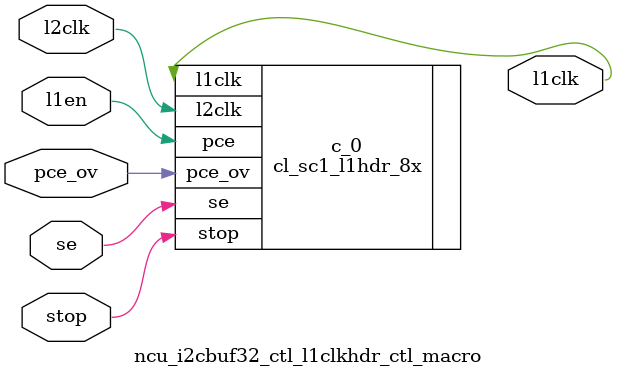
<source format=v>
`define RF_RDEN_OFFSTATE            1'b1

`define NCU_INTMANRF_DEPTH         128
`define NCU_INTMANRF_DATAWIDTH      16
`define NCU_INTMANRF_ADDRWIDTH       7
//====================================

//====================================
`define NCU_MONDORF_DEPTH           64
`define NCU_MONDORF_DATAWIDTH       72
`define NCU_MONDORF_ADDRWIDTH        6
//====================================

//====================================
`define NCU_CPUBUFRF_DEPTH          32
`define NCU_CPUBUFRF_DATAWIDTH     144
`define NCU_CPUBUFRF_ADDRWIDTH       5
//====================================

//====================================
`define NCU_IOBUFRF_DEPTH          32
`define NCU_IOBUFRF_DATAWIDTH     144
`define NCU_IOBUFRF_ADDRWIDTH       5
//====================================

//====================================
`define NCU_IOBUF1RF_DEPTH          32
`define NCU_IOBUF1RF_DATAWIDTH      32
`define NCU_IOBUF1RF_ADDRWIDTH       5
//====================================

//====================================
`define NCU_INTBUFRF_DEPTH          32
`define NCU_INTBUFRF_DATAWIDTH     144
`define NCU_INTBUFRF_ADDRWIDTH       5
//====================================

//== fix me : need to remove when warm //
//== becomes available //
`define WMR_LENGTH		10'd999
`define WMR_LENGTH_P1		10'd1000

//// NCU CSR_MAN address   80_0000_xxxx ////
`define NCU_CSR_MAN			16'h0000
`define NCU_CREG_INTMAN			16'h0000
//`define NCU_CREG_INTVECDISP		16'h0800
`define NCU_CREG_MONDOINVEC		16'h0a00
`define NCU_CREG_SERNUM			16'h1000
`define NCU_CREG_FUSESTAT		16'h1008
`define NCU_CREG_COREAVAIL		16'h1010
`define NCU_CREG_BANKAVAIL		16'h1018
`define NCU_CREG_BANK_ENABLE		16'h1020
`define NCU_CREG_BANK_ENABLE_STATUS 	16'h1028
`define NCU_CREG_L2_HASH_ENABLE		16'h1030
`define NCU_CREG_L2_HASH_ENABLE_STATUS	16'h1038


`define NCU_CREG_MEM32_BASE	16'h2000
`define NCU_CREG_MEM32_MASK	16'h2008
`define NCU_CREG_MEM64_BASE	16'h2010
`define NCU_CREG_MEM64_MASK	16'h2018
`define NCU_CREG_IOCON_BASE	16'h2020
`define NCU_CREG_IOCON_MASK	16'h2028
`define NCU_CREG_MMUFSH		16'h2030

`define NCU_CREG_ESR		16'h3000
`define NCU_CREG_ELE		16'h3008
`define NCU_CREG_EIE		16'h3010
`define NCU_CREG_EJR		16'h3018
`define NCU_CREG_FEE		16'h3020
`define NCU_CREG_PER		16'h3028
`define NCU_CREG_SIISYN		16'h3030
`define NCU_CREG_NCUSYN		16'h3038
`define NCU_CREG_SCKSEL         16'h3040
`define NCU_CREG_DBGTRIG_EN     16'h4000

//// NUC CSR_MONDO address 80_0004_xxxx ////
`define NCU_CSR_MONDO		16'h0004
`define NCU_CREG_MDATA0  	16'h0000 
`define NCU_CREG_MDATA1  	16'h0200 
`define NCU_CREG_MDATA0_ALIAS	16'h0400 
`define NCU_CREG_MDATA1_ALIAS	16'h0600 
`define NCU_CREG_MBUSY		16'h0800 
`define NCU_CREG_MBUSY_ALIAS	16'h0a00 



// ASI shared reg 90_xxxx_xxxx//
`define NCU_ASI_A_HIT			10'h104 // 6-bits cpuid and thread id are "x"
`define NCU_ASI_B_HIT			10'h1CC // 6-bits cpuid and thread id are "x"
`define NCU_ASI_C_HIT			10'h114	// 6-bits cpuid and thread id are "x"
`define NCU_ASI_COREAVAIL		16'h0000
`define NCU_ASI_CORE_ENABLE_STATUS	16'h0010
`define NCU_ASI_CORE_ENABLE		16'h0020
`define NCU_ASI_XIR_STEERING		16'h0030
`define NCU_ASI_CORE_RUNNINGRW		16'h0050
`define NCU_ASI_CORE_RUNNING_STATUS	16'h0058
`define NCU_ASI_CORE_RUNNING_W1S	16'h0060
`define NCU_ASI_CORE_RUNNING_W1C	16'h0068
`define NCU_ASI_INTVECDISP		16'h0000
`define NCU_ASI_ERR_STR                 16'h1000
`define NCU_ASI_WMR_VEC_MASK            16'h0018
`define NCU_ASI_CMP_TICK_ENABLE		16'h0038


//// UCB packet type ////
`define UCB_READ_NACK	4'b0000    // ack/nack types
`define UCB_READ_ACK	4'b0001
`define UCB_WRITE_ACK	4'b0010
`define UCB_IFILL_ACK	4'b0011
`define UCB_IFILL_NACK	4'b0111

`define UCB_READ_REQ	4'b0100    // req types
`define UCB_WRITE_REQ	4'b0101
`define UCB_IFILL_REQ	4'b0110

`define UCB_INT		4'b1000    // plain interrupt
`define UCB_INT_VEC	4'b1100    // interrupt with vector
`define UCB_INT_SOC_UE	4'b1001    // soc interrup ue
`define UCB_INT_SOC_CE  4'b1010    // soc interrup ce
`define UCB_RESET_VEC	4'b0101    // reset with vector
`define UCB_IDLE_VEC	4'b1110    // idle with vector
`define UCB_RESUME_VEC	4'b1111    // resume with vector

`define UCB_INT_SOC 	4'b1101    // soc interrup ce


//// PCX packet type ////
`define	PCX_LOAD_RQ	5'b00000
`define	PCX_IMISS_RQ	5'b10000
`define	PCX_STORE_RQ	5'b00001
`define PCX_FWD_RQs	5'b01101
`define PCX_FWD_RPYs	5'b01110

//// CPX packet type ////
//`define CPX_LOAD_RET	4'b0000
`define CPX_LOAD_RET	4'b1000
`define CPX_ST_ACK	4'b0100
//`define CPX_IFILL_RET	4'b0001
`define CPX_IFILL_RET	4'b1001
`define CPX_INT_RET	4'b0111
`define CPX_INT_SOC	4'b1101
//`define CPX_FWD_RQ_RET	4'b1010
//`define CPX_FWD_RPY_RET	4'b1011




//// Global CSR decode ////
`define NCU_CSR		8'h80
`define NIU_CSR		8'h81
//`define RNG_CSR		8'h82
`define DBG1_CSR               8'h86
`define CCU_CSR		8'h83
`define MCU_CSR		8'h84
`define TCU_CSR		8'h85
`define DMU_CSR		8'h88
`define RCU_CSR		8'h89
`define NCU_ASI		8'h90
			/////8'h91 ~ 9F reserved
			/////8'hA0 ~ BF L2 CSR////
`define DMU_PIO		4'hC   // C0 ~ CF
			/////8'hB0 ~ FE reserved
`define SSI_CSR		8'hFF


//// NCU_SSI ////
`define SSI_ADDR 	 	12'hFF_F
`define SSI_ADDR_TIMEOUT_REG	40'hFF_0001_0088
`define SSI_ADDR_LOG_REG	40'hFF_0000_0018

`define IF_IDLE 2'b00
`define IF_ACPT 2'b01
`define IF_DROP 2'b10

`define SSI_IDLE     3'b000
`define	SSI_REQ      3'b001
`define	SSI_WDATA    3'b011
`define	SSI_REQ_PAR  3'b101
`define	SSI_ACK      3'b111
`define	SSI_RDATA    3'b110
`define	SSI_ACK_PAR  3'b010










module ncu_i2cbuf32_ctl (
  iol2clk, 
  scan_in, 
  scan_out, 
  tcu_pce_ov, 
  tcu_clk_stop, 
  tcu_scan_en, 
  tcu_aclk, 
  tcu_bclk, 
  tcu_dbr_gateoff, 
  ucb_iob_vld, 
  ucb_iob_data, 
  iob_ucb_stall, 
  req_ack_obj, 
  req_ack_vld, 
  rd_req_ack_dbl_buf, 
  int_obj, 
  int_vld, 
  rd_int_dbl_buf) ;
wire stall_d1_n;
wire stall_d1;
wire vld_d1_ff_scanin;
wire vld_d1_ff_scanout;
wire vld_d1;
wire l1clk;
wire rdy1;
wire data_d1_ff_scanin;
wire data_d1_ff_scanout;
wire [31:0] data_d1;
wire iob_ucb_stall_f;
wire stall_ff_scanin;
wire stall_ff_scanout;
wire iob_ucb_stall_a1;
wire stall_d1_ff_scanin;
wire stall_d1_ff_scanout;
wire rdy0_ff_scanin;
wire rdy0_ff_scanout;
wire rdy0;
wire rdy1_ff_scanin;
wire rdy1_ff_scanout;
wire skid_buf0_en;
wire vld_buf0_ff_scanin;
wire vld_buf0_ff_scanout;
wire vld_buf0;
wire data_buf0_ff_scanin;
wire data_buf0_ff_scanout;
wire [31:0] data_buf0;
wire skid_buf1_en_ff_scanin;
wire skid_buf1_en_ff_scanout;
wire skid_buf1_en;
wire vld_buf1_ff_scanin;
wire vld_buf1_ff_scanout;
wire vld_buf1;
wire data_buf1_ff_scanin;
wire data_buf1_ff_scanout;
wire [31:0] data_buf1;
wire skid_buf0_sel;
wire skid_buf1_sel_ff_scanin;
wire skid_buf1_sel_ff_scanout;
wire skid_buf1_sel;
wire vld_mux;
wire [31:0] data_mux;
wire [3:0] indata_vec_next;
wire [3:0] indata_vec;
wire iob_ucb_stall_a1_n;
wire indata_vec_ff_scanin;
wire indata_vec_ff_scanout;
wire [127:0] indata_buf_next;
wire [127:0] indata_buf;
wire indata_buf_ff_scanin;
wire indata_buf_ff_scanout;
wire indata_vec0_d1_ff_scanin;
wire indata_vec0_d1_ff_scanout;
wire indata_vec0_d1;
wire indata_buf_vld;
wire req_ack_pending;
wire int_type;
wire int_pending;
wire req_ack_dbl_buf_full;
wire int_dbl_buf_full;
wire wr_req_ack_dbl_buf;
wire a_wr_buf0;
wire a_buf1_vld;
wire a_buf0_vld;
wire a_buf1_older;
wire a_wr_buf1;
wire a_rd_buf0;
wire a_rd_buf1;
wire a_rd_buf;
wire a_buf1_older_n;
wire a_buf1_older_ff_scanin;
wire a_buf1_older_ff_scanout;
wire a_en_vld0;
wire a_en_vld1;
wire a_buf0_vld_ff_scanin;
wire a_buf0_vld_ff_scanout;
wire a_buf1_vld_ff_scanin;
wire a_buf1_vld_ff_scanout;
wire a_buf0_obj_ff_scanin;
wire a_buf0_obj_ff_scanout;
wire [127:0] a_buf0_obj;
wire a_buf1_obj_ff_scanin;
wire a_buf1_obj_ff_scanout;
wire [127:0] a_buf1_obj;
wire wr_int_dbl_buf;
wire i_wr_buf0;
wire i_buf1_vld;
wire i_buf0_vld;
wire i_buf1_older;
wire i_wr_buf1;
wire i_rd_buf0;
wire i_rd_buf1;
wire i_rd_buf;
wire i_buf1_older_n;
wire i_buf1_older_ff_scanin;
wire i_buf1_older_ff_scanout;
wire i_en_vld0;
wire i_en_vld1;
wire i_buf0_vld_ff_scanin;
wire i_buf0_vld_ff_scanout;
wire i_buf1_vld_ff_scanin;
wire i_buf1_vld_ff_scanout;
wire i_buf0_obj_ff_scanin;
wire i_buf0_obj_ff_scanout;
wire [24:0] i_buf0_obj;
wire i_buf1_obj_ff_scanin;
wire i_buf1_obj_ff_scanout;
wire [24:0] i_buf1_obj;
wire siclk;
wire soclk;
wire se;
wire pce_ov;
wire stop;


   // Global interface
input		iol2clk;
input		scan_in;
output		scan_out;
input		tcu_pce_ov;
input		tcu_clk_stop;
input		tcu_scan_en;
input		tcu_aclk;
input		tcu_bclk;
input		tcu_dbr_gateoff;

   // UCB interface
input		ucb_iob_vld;
input [31:0]	ucb_iob_data;
output		iob_ucb_stall;

   // i2c slow control/datapath interface
output [127:0]	req_ack_obj;
output		req_ack_vld;
input		rd_req_ack_dbl_buf;

output [24:0]	int_obj;
output		int_vld;
input		rd_int_dbl_buf;

   // Internal signals


/************************************************************
 * Assemble inbound packet
 ************************************************************/
//ucb_bus_in #(UCB_BUS_WIDTH) ucb_bus_in (
//					.clk(iol2clk),
//					.vld(ucb_iob_vld),
//					.data(ucb_iob_data[UCB_BUS_WIDTH-1:0]),
//					.stall(iob_ucb_stall),
//					.indata_buf_vld(indata_buf_vld),
//					.indata_buf(indata_buf[127:0]),
//					.stall_a1(iob_ucb_stall_a1));
//=============================================================
//=============================================================
//======================================== ucb_bus_in =========
/************************************************************
 * UCB bus interface flops
 * This is to make signals going between IOB and UCB flop-to-flop
 * to improve timing.
 ************************************************************/
assign	stall_d1_n = ~stall_d1 ;
ncu_i2cbuf32_ctl_msff_ctl_macro__en_1__width_1 vld_d1_ff  
				(
				.scan_in(vld_d1_ff_scanin),
				.scan_out(vld_d1_ff_scanout),
				.dout		(vld_d1),
				.l1clk		(l1clk),
				.en		(stall_d1_n &rdy1),
				.din		(ucb_iob_vld),
  .siclk(siclk),
  .soclk(soclk)
				);

ncu_i2cbuf32_ctl_msff_ctl_macro__en_1__width_32 data_d1_ff  
				(
				.scan_in(data_d1_ff_scanin),
				.scan_out(data_d1_ff_scanout),
				.dout		(data_d1[31:0]),
				.l1clk		(l1clk),
				.en		(stall_d1_n),
				.din		(ucb_iob_data[31:0]),
  .siclk(siclk),
  .soclk(soclk)
				);

assign iob_ucb_stall = iob_ucb_stall_f & tcu_dbr_gateoff;
ncu_i2cbuf32_ctl_msff_ctl_macro__width_1 stall_ff 
				(
				.scan_in(stall_ff_scanin),
				.scan_out(stall_ff_scanout),
				.dout		(iob_ucb_stall_f),
				.l1clk		(l1clk),
				.din		(iob_ucb_stall_a1),
  .siclk(siclk),
  .soclk(soclk)
				);

ncu_i2cbuf32_ctl_msff_ctl_macro__width_1 stall_d1_ff 
				(
				.scan_in(stall_d1_ff_scanin),
				.scan_out(stall_d1_ff_scanout),
				.dout		(stall_d1),
				.l1clk		(l1clk),
				.din		(iob_ucb_stall),
  .siclk(siclk),
  .soclk(soclk)
				);


ncu_i2cbuf32_ctl_msff_ctl_macro__width_1 rdy0_ff 
				(
				.scan_in(rdy0_ff_scanin),
				.scan_out(rdy0_ff_scanout),
				.dout		(rdy0),
				.l1clk		(l1clk),
				.din		(1'b1),
  .siclk(siclk),
  .soclk(soclk)
				);

ncu_i2cbuf32_ctl_msff_ctl_macro__width_1 rdy1_ff 
				(
				.scan_in(rdy1_ff_scanin),
				.scan_out(rdy1_ff_scanout),
				.dout		(rdy1),
				.l1clk		(l1clk),
				.din		(rdy0),
  .siclk(siclk),
  .soclk(soclk)
				);

/************************************************************
 * Skid buffer
 * We need a two deep skid buffer to handle stalling.
 ************************************************************/
// Assertion: stall has to be deasserted for more than 1 cycle
//            ie time between two separate stalls has to be
//            at least two cycles.  Otherwise, contents from
//            skid buffer will be lost.

// Buffer 0
assign  skid_buf0_en = iob_ucb_stall_a1 & ~iob_ucb_stall;

ncu_i2cbuf32_ctl_msff_ctl_macro__en_1__width_1 vld_buf0_ff  
				(
				.scan_in(vld_buf0_ff_scanin),
				.scan_out(vld_buf0_ff_scanout),
				.dout		(vld_buf0),
				.l1clk		(l1clk),
				.en		(skid_buf0_en),
				.din		(vld_d1),
  .siclk(siclk),
  .soclk(soclk)
				);

ncu_i2cbuf32_ctl_msff_ctl_macro__en_1__width_32 data_buf0_ff  
				(
				.scan_in(data_buf0_ff_scanin),
				.scan_out(data_buf0_ff_scanout),
				.dout		(data_buf0[31:0]),
				.l1clk		(l1clk),
				.en		(skid_buf0_en),
				.din		(data_d1[31:0]),
  .siclk(siclk),
  .soclk(soclk)
				);

// Buffer 1
ncu_i2cbuf32_ctl_msff_ctl_macro__width_1 skid_buf1_en_ff 
				(
				.scan_in(skid_buf1_en_ff_scanin),
				.scan_out(skid_buf1_en_ff_scanout),
				.dout		(skid_buf1_en),
				.l1clk		(l1clk),
				.din		(skid_buf0_en),
  .siclk(siclk),
  .soclk(soclk)
				);

ncu_i2cbuf32_ctl_msff_ctl_macro__en_1__width_1 vld_buf1_ff  
				(
				.scan_in(vld_buf1_ff_scanin),
				.scan_out(vld_buf1_ff_scanout),
				.dout		(vld_buf1),
				.l1clk		(l1clk),
				.en		(skid_buf1_en),
				.din		(vld_d1),
  .siclk(siclk),
  .soclk(soclk)
				);

ncu_i2cbuf32_ctl_msff_ctl_macro__en_1__width_32 data_buf1_ff  
				(
				.scan_in(data_buf1_ff_scanin),
				.scan_out(data_buf1_ff_scanout),
				.dout		(data_buf1[31:0]),
				.l1clk		(l1clk),
				.en		(skid_buf1_en),
				.din		(data_d1[31:0]),
  .siclk(siclk),
  .soclk(soclk)
				);
/************************************************************
 * Mux between skid buffer and interface flop
 ************************************************************/
// Assertion: stall has to be deasserted for more than 1 cycle
//            ie time between two separate stalls has to be
//            at least two cycles.  Otherwise, contents from
//            skid buffer will be lost.

assign  skid_buf0_sel = ~iob_ucb_stall_a1 & iob_ucb_stall;

ncu_i2cbuf32_ctl_msff_ctl_macro__width_1 skid_buf1_sel_ff 
				(
				.scan_in(skid_buf1_sel_ff_scanin),
				.scan_out(skid_buf1_sel_ff_scanout),
				.dout		(skid_buf1_sel),
				.l1clk		(l1clk),
				.din		(skid_buf0_sel),
  .siclk(siclk),
  .soclk(soclk)
				);

assign  vld_mux = skid_buf0_sel ? vld_buf0 : 
	          skid_buf1_sel ? vld_buf1 : vld_d1;

assign  data_mux[31:0] = skid_buf0_sel ? data_buf0[31:0] : 
			 skid_buf1_sel ? data_buf1[31:0] : data_d1[31:0];

/************************************************************
 * Assemble inbound data
 ************************************************************/
// valid vector
assign  indata_vec_next[3:0] = {vld_mux,indata_vec[3:1]};

assign	iob_ucb_stall_a1_n = ~iob_ucb_stall_a1;
ncu_i2cbuf32_ctl_msff_ctl_macro__en_1__width_4 indata_vec_ff  
				(
				.scan_in(indata_vec_ff_scanin),
				.scan_out(indata_vec_ff_scanout),
				.dout		(indata_vec[3:0]),
				.l1clk		(l1clk),
				.en		(iob_ucb_stall_a1_n),
				.din		(indata_vec_next[3:0]),
  .siclk(siclk),
  .soclk(soclk)
				);

// data buffer
assign  indata_buf_next[127:0] = {data_mux[31:0], indata_buf[127:32]};
ncu_i2cbuf32_ctl_msff_ctl_macro__en_1__width_128 indata_buf_ff  
				(
				.scan_in(indata_buf_ff_scanin),
				.scan_out(indata_buf_ff_scanout),
				.dout		(indata_buf[127:0]),
				.l1clk		(l1clk),
				.en		(iob_ucb_stall_a1_n),
				.din		(indata_buf_next[127:0]),
  .siclk(siclk),
  .soclk(soclk)
				);

// detect a new packet	  
ncu_i2cbuf32_ctl_msff_ctl_macro__en_1__width_1 indata_vec0_d1_ff  
				(
				.scan_in(indata_vec0_d1_ff_scanin),
				.scan_out(indata_vec0_d1_ff_scanout),
				.dout		(indata_vec0_d1),
				.l1clk		(l1clk),
				.en		(iob_ucb_stall_a1_n),
				.din		(indata_vec[0]),
  .siclk(siclk),
  .soclk(soclk)
				);

assign  indata_buf_vld = indata_vec[0] & ~indata_vec0_d1;
//======================================== ucb_bus_in =========
//=============================================================
//=============================================================



/************************************************************
 * Decode inbound packet type
 ************************************************************/
   // non-interrupt packet
assign	req_ack_pending = ~int_type & indata_buf_vld;

   // interrupt packet
assign 	 int_type = ((indata_buf[3:0] == `UCB_INT) |
		     (indata_buf[3:0] == `UCB_INT_VEC) |
		     (indata_buf[3:0] == `UCB_RESET_VEC) |
		     (indata_buf[3:0] == `UCB_IDLE_VEC) |
		     (indata_buf[3:0] == `UCB_RESUME_VEC) );
		       
assign 	 int_pending = int_type & indata_buf_vld;

assign 	 iob_ucb_stall_a1 = (req_ack_pending & req_ack_dbl_buf_full) |
				    (int_pending & int_dbl_buf_full);


/************************************************************
 * Double buffer to store non-interrupt packets
 ************************************************************/
assign 	 wr_req_ack_dbl_buf = req_ack_pending & ~req_ack_dbl_buf_full;

//dbl_buf #(128) req_ack_dbl_buf (
//				 .clk(iol2clk),
//				 .wr(wr_req_ack_dbl_buf),
//				 .din(indata_buf[127:0]),
//				 .rd(rd_req_ack_dbl_buf),
//				 .dout(req_ack_obj[127:0]),
//				 .vld(req_ack_vld),
//				 .full(req_ack_dbl_buf_full));
//=============================================================
//=============================================================
//========================================== dbl_buf ==========

// if both entries are empty, write to entry pointed to by the older pointer
assign	a_wr_buf0 = wr_req_ack_dbl_buf & (a_buf1_vld | (~a_buf0_vld & ~a_buf1_older));
assign	a_wr_buf1 = wr_req_ack_dbl_buf & (a_buf0_vld | (~a_buf1_vld & a_buf1_older));

// read from the older entry
assign	a_rd_buf0 = rd_req_ack_dbl_buf & ~a_buf1_older;
assign	a_rd_buf1 = rd_req_ack_dbl_buf &  a_buf1_older;

// flip older pointer when an entry is read
assign	a_rd_buf = rd_req_ack_dbl_buf & (a_buf0_vld | a_buf1_vld);
assign	a_buf1_older_n = ~a_buf1_older;
ncu_i2cbuf32_ctl_msff_ctl_macro__en_1__width_1 a_buf1_older_ff  
				(
				.scan_in(a_buf1_older_ff_scanin),
				.scan_out(a_buf1_older_ff_scanout),
				.dout		(a_buf1_older),
				.l1clk		(l1clk),
				.en		(a_rd_buf),
				.din		(a_buf1_older_n),
  .siclk(siclk),
  .soclk(soclk)
				);

// set valid bit for writes and reset for reads
assign	a_en_vld0 = a_wr_buf0 | a_rd_buf0;
assign	a_en_vld1 = a_wr_buf1 | a_rd_buf1;

// the actual buffers
ncu_i2cbuf32_ctl_msff_ctl_macro__en_1__width_1 a_buf0_vld_ff  
				(
				.scan_in(a_buf0_vld_ff_scanin),
				.scan_out(a_buf0_vld_ff_scanout),
				.dout		(a_buf0_vld),
				.l1clk		(l1clk),
				.en		(a_en_vld0),
				.din		(a_wr_buf0),
  .siclk(siclk),
  .soclk(soclk)
				);

ncu_i2cbuf32_ctl_msff_ctl_macro__en_1__width_1 a_buf1_vld_ff  
				(
				.scan_in(a_buf1_vld_ff_scanin),
				.scan_out(a_buf1_vld_ff_scanout),
				.dout		(a_buf1_vld),
				.l1clk		(l1clk),
				.en		(a_en_vld1),
				.din		(a_wr_buf1),
  .siclk(siclk),
  .soclk(soclk)
				);

ncu_i2cbuf32_ctl_msff_ctl_macro__en_1__width_128 a_buf0_obj_ff  
				(
				.scan_in(a_buf0_obj_ff_scanin),
				.scan_out(a_buf0_obj_ff_scanout),
				.dout		(a_buf0_obj[127:0]),
				.l1clk		(l1clk),
				.en		(a_wr_buf0),
				.din		(indata_buf[127:0]),
  .siclk(siclk),
  .soclk(soclk)
				);

ncu_i2cbuf32_ctl_msff_ctl_macro__en_1__width_128 a_buf1_obj_ff  
				(
				.scan_in(a_buf1_obj_ff_scanin),
				.scan_out(a_buf1_obj_ff_scanout),
				.dout		(a_buf1_obj[127:0]),
				.l1clk		(l1clk),
				.en		(a_wr_buf1),
				.din		(indata_buf[127:0]),
  .siclk(siclk),
  .soclk(soclk)
				);

// mux out the older entry
assign	req_ack_obj[127:0] = (a_buf1_older) ? a_buf1_obj[127:0] : a_buf0_obj[127:0] ;

assign	req_ack_vld = a_buf0_vld | a_buf1_vld;
assign	req_ack_dbl_buf_full = a_buf0_vld & a_buf1_vld;
//========================================== dbl_buf ==========
//=============================================================
//=============================================================

	  


/************************************************************
 * Double buffer to store interrupt packets
 ************************************************************/
assign 	 wr_int_dbl_buf = int_pending & ~int_dbl_buf_full;

//dbl_buf #(64) int_dbl_buf (
//				 .clk(iol2clk),
//				 .wr(wr_int_dbl_buf),
//				 .din(indata_buf[63:0]),
//				 .rd(rd_int_dbl_buf),
//				 .dout(int_obj[63:0]),
//				 .vld(int_vld),
//				 .full(int_dbl_buf_full));

//=============================================================
//=============================================================
//======================================= dbl_buf =============

// if both entries are empty, write to entry pointed to by the older pointer
assign	i_wr_buf0 = wr_int_dbl_buf & (i_buf1_vld | (~i_buf0_vld & ~i_buf1_older));
assign	i_wr_buf1 = wr_int_dbl_buf & (i_buf0_vld | (~i_buf1_vld & i_buf1_older));

// read from the older entry
assign	i_rd_buf0 = rd_int_dbl_buf & ~i_buf1_older;
assign	i_rd_buf1 = rd_int_dbl_buf &  i_buf1_older;

// flip older pointer when an entry is read
assign	i_rd_buf = rd_int_dbl_buf & (i_buf0_vld | i_buf1_vld);
assign	i_buf1_older_n = ~i_buf1_older;
ncu_i2cbuf32_ctl_msff_ctl_macro__en_1__width_1 i_buf1_older_ff  
				(
				.scan_in(i_buf1_older_ff_scanin),
				.scan_out(i_buf1_older_ff_scanout),
				.dout		(i_buf1_older),
				.l1clk		(l1clk),
				.en		(i_rd_buf),
				.din		(i_buf1_older_n),
  .siclk(siclk),
  .soclk(soclk)
				);

// set valid bit for writes and reset for reads
assign	i_en_vld0 = i_wr_buf0 | i_rd_buf0;
assign	i_en_vld1 = i_wr_buf1 | i_rd_buf1;

// the actual buffers
ncu_i2cbuf32_ctl_msff_ctl_macro__en_1__width_1 i_buf0_vld_ff  
				(
				.scan_in(i_buf0_vld_ff_scanin),
				.scan_out(i_buf0_vld_ff_scanout),
				.dout		(i_buf0_vld),
				.l1clk		(l1clk),
				.en		(i_en_vld0),
				.din		(i_wr_buf0),
  .siclk(siclk),
  .soclk(soclk)
				);

ncu_i2cbuf32_ctl_msff_ctl_macro__en_1__width_1 i_buf1_vld_ff  
				(
				.scan_in(i_buf1_vld_ff_scanin),
				.scan_out(i_buf1_vld_ff_scanout),
				.dout		(i_buf1_vld),
				.l1clk		(l1clk),
				.en		(i_en_vld1),
				.din		(i_wr_buf1),
  .siclk(siclk),
  .soclk(soclk)
				);

ncu_i2cbuf32_ctl_msff_ctl_macro__en_1__width_25 i_buf0_obj_ff  
				(
				.scan_in(i_buf0_obj_ff_scanin),
				.scan_out(i_buf0_obj_ff_scanout),
				.dout		(i_buf0_obj[24:0]),
				.l1clk		(l1clk),
				.en		(i_wr_buf0),
				.din		({indata_buf[56:51],indata_buf[18:0]}),
  .siclk(siclk),
  .soclk(soclk)
				);

ncu_i2cbuf32_ctl_msff_ctl_macro__en_1__width_25 i_buf1_obj_ff  
				(
				.scan_in(i_buf1_obj_ff_scanin),
				.scan_out(i_buf1_obj_ff_scanout),
				.dout		(i_buf1_obj[24:0]),
				.l1clk		(l1clk),
				.en		(i_wr_buf1),
				.din		({indata_buf[56:51],indata_buf[18:0]}),
  .siclk(siclk),
  .soclk(soclk)
				);

// mux out the older entry
assign	int_obj[24:0] = (i_buf1_older) ? i_buf1_obj[24:0] : i_buf0_obj[24:0] ;

assign	int_vld = i_buf0_vld | i_buf1_vld;
assign	int_dbl_buf_full = i_buf0_vld & i_buf1_vld;
//=========================================== dbl_buf =========
//=============================================================
//=============================================================

	  




/**** adding clock header ****/
ncu_i2cbuf32_ctl_l1clkhdr_ctl_macro clkgen (
				.l2clk	(iol2clk),
				.l1en	(1'b1),
				.l1clk	(l1clk),
  .pce_ov(pce_ov),
  .stop(stop),
  .se(se)
				);

/*** building tcu port ***/
assign	siclk = tcu_aclk;
assign	soclk = tcu_bclk;
assign	   se = tcu_scan_en;
assign	pce_ov = tcu_pce_ov;
assign	stop = tcu_clk_stop;

// fixscan start:
assign vld_d1_ff_scanin          = scan_in                  ;
assign data_d1_ff_scanin         = vld_d1_ff_scanout        ;
assign stall_ff_scanin           = data_d1_ff_scanout       ;
assign stall_d1_ff_scanin        = stall_ff_scanout         ;
assign rdy0_ff_scanin            = stall_d1_ff_scanout      ;
assign rdy1_ff_scanin            = rdy0_ff_scanout          ;
assign vld_buf0_ff_scanin        = rdy1_ff_scanout          ;
assign data_buf0_ff_scanin       = vld_buf0_ff_scanout      ;
assign skid_buf1_en_ff_scanin    = data_buf0_ff_scanout     ;
assign vld_buf1_ff_scanin        = skid_buf1_en_ff_scanout  ;
assign data_buf1_ff_scanin       = vld_buf1_ff_scanout      ;
assign skid_buf1_sel_ff_scanin   = data_buf1_ff_scanout     ;
assign indata_vec_ff_scanin      = skid_buf1_sel_ff_scanout ;
assign indata_buf_ff_scanin      = indata_vec_ff_scanout    ;
assign indata_vec0_d1_ff_scanin  = indata_buf_ff_scanout    ;
assign a_buf1_older_ff_scanin    = indata_vec0_d1_ff_scanout;
assign a_buf0_vld_ff_scanin      = a_buf1_older_ff_scanout  ;
assign a_buf1_vld_ff_scanin      = a_buf0_vld_ff_scanout    ;
assign a_buf0_obj_ff_scanin      = a_buf1_vld_ff_scanout    ;
assign a_buf1_obj_ff_scanin      = a_buf0_obj_ff_scanout    ;
assign i_buf1_older_ff_scanin    = a_buf1_obj_ff_scanout    ;
assign i_buf0_vld_ff_scanin      = i_buf1_older_ff_scanout  ;
assign i_buf1_vld_ff_scanin      = i_buf0_vld_ff_scanout    ;
assign i_buf0_obj_ff_scanin      = i_buf1_vld_ff_scanout    ;
assign i_buf1_obj_ff_scanin      = i_buf0_obj_ff_scanout    ;
assign scan_out                  = i_buf1_obj_ff_scanout    ;
// fixscan end:
endmodule // i2c_buf








// any PARAMS parms go into naming of macro

module ncu_i2cbuf32_ctl_msff_ctl_macro__en_1__width_1 (
  din, 
  en, 
  l1clk, 
  scan_in, 
  siclk, 
  soclk, 
  dout, 
  scan_out);
wire [0:0] fdin;

  input [0:0] din;
  input en;
  input l1clk;
  input scan_in;


  input siclk;
  input soclk;

  output [0:0] dout;
  output scan_out;
assign fdin[0:0] = (din[0:0] & {1{en}}) | (dout[0:0] & ~{1{en}});






dff #(1)  d0_0 (
.l1clk(l1clk),
.siclk(siclk),
.soclk(soclk),
.d(fdin[0:0]),
.si(scan_in),
.so(scan_out),
.q(dout[0:0])
);












endmodule













// any PARAMS parms go into naming of macro

module ncu_i2cbuf32_ctl_msff_ctl_macro__en_1__width_32 (
  din, 
  en, 
  l1clk, 
  scan_in, 
  siclk, 
  soclk, 
  dout, 
  scan_out);
wire [31:0] fdin;
wire [30:0] so;

  input [31:0] din;
  input en;
  input l1clk;
  input scan_in;


  input siclk;
  input soclk;

  output [31:0] dout;
  output scan_out;
assign fdin[31:0] = (din[31:0] & {32{en}}) | (dout[31:0] & ~{32{en}});






dff #(32)  d0_0 (
.l1clk(l1clk),
.siclk(siclk),
.soclk(soclk),
.d(fdin[31:0]),
.si({scan_in,so[30:0]}),
.so({so[30:0],scan_out}),
.q(dout[31:0])
);












endmodule













// any PARAMS parms go into naming of macro

module ncu_i2cbuf32_ctl_msff_ctl_macro__width_1 (
  din, 
  l1clk, 
  scan_in, 
  siclk, 
  soclk, 
  dout, 
  scan_out);
wire [0:0] fdin;

  input [0:0] din;
  input l1clk;
  input scan_in;


  input siclk;
  input soclk;

  output [0:0] dout;
  output scan_out;
assign fdin[0:0] = din[0:0];






dff #(1)  d0_0 (
.l1clk(l1clk),
.siclk(siclk),
.soclk(soclk),
.d(fdin[0:0]),
.si(scan_in),
.so(scan_out),
.q(dout[0:0])
);












endmodule













// any PARAMS parms go into naming of macro

module ncu_i2cbuf32_ctl_msff_ctl_macro__en_1__width_4 (
  din, 
  en, 
  l1clk, 
  scan_in, 
  siclk, 
  soclk, 
  dout, 
  scan_out);
wire [3:0] fdin;
wire [2:0] so;

  input [3:0] din;
  input en;
  input l1clk;
  input scan_in;


  input siclk;
  input soclk;

  output [3:0] dout;
  output scan_out;
assign fdin[3:0] = (din[3:0] & {4{en}}) | (dout[3:0] & ~{4{en}});






dff #(4)  d0_0 (
.l1clk(l1clk),
.siclk(siclk),
.soclk(soclk),
.d(fdin[3:0]),
.si({scan_in,so[2:0]}),
.so({so[2:0],scan_out}),
.q(dout[3:0])
);












endmodule













// any PARAMS parms go into naming of macro

module ncu_i2cbuf32_ctl_msff_ctl_macro__en_1__width_128 (
  din, 
  en, 
  l1clk, 
  scan_in, 
  siclk, 
  soclk, 
  dout, 
  scan_out);
wire [127:0] fdin;
wire [126:0] so;

  input [127:0] din;
  input en;
  input l1clk;
  input scan_in;


  input siclk;
  input soclk;

  output [127:0] dout;
  output scan_out;
assign fdin[127:0] = (din[127:0] & {128{en}}) | (dout[127:0] & ~{128{en}});






dff #(128)  d0_0 (
.l1clk(l1clk),
.siclk(siclk),
.soclk(soclk),
.d(fdin[127:0]),
.si({scan_in,so[126:0]}),
.so({so[126:0],scan_out}),
.q(dout[127:0])
);












endmodule













// any PARAMS parms go into naming of macro

module ncu_i2cbuf32_ctl_msff_ctl_macro__en_1__width_25 (
  din, 
  en, 
  l1clk, 
  scan_in, 
  siclk, 
  soclk, 
  dout, 
  scan_out);
wire [24:0] fdin;
wire [23:0] so;

  input [24:0] din;
  input en;
  input l1clk;
  input scan_in;


  input siclk;
  input soclk;

  output [24:0] dout;
  output scan_out;
assign fdin[24:0] = (din[24:0] & {25{en}}) | (dout[24:0] & ~{25{en}});






dff #(25)  d0_0 (
.l1clk(l1clk),
.siclk(siclk),
.soclk(soclk),
.d(fdin[24:0]),
.si({scan_in,so[23:0]}),
.so({so[23:0],scan_out}),
.q(dout[24:0])
);












endmodule













// any PARAMS parms go into naming of macro

module ncu_i2cbuf32_ctl_l1clkhdr_ctl_macro (
  l2clk, 
  l1en, 
  pce_ov, 
  stop, 
  se, 
  l1clk);


  input l2clk;
  input l1en;
  input pce_ov;
  input stop;
  input se;
  output l1clk;



 

cl_sc1_l1hdr_8x c_0 (


   .l2clk(l2clk),
   .pce(l1en),
   .l1clk(l1clk),
  .se(se),
  .pce_ov(pce_ov),
  .stop(stop)
);



endmodule









</source>
